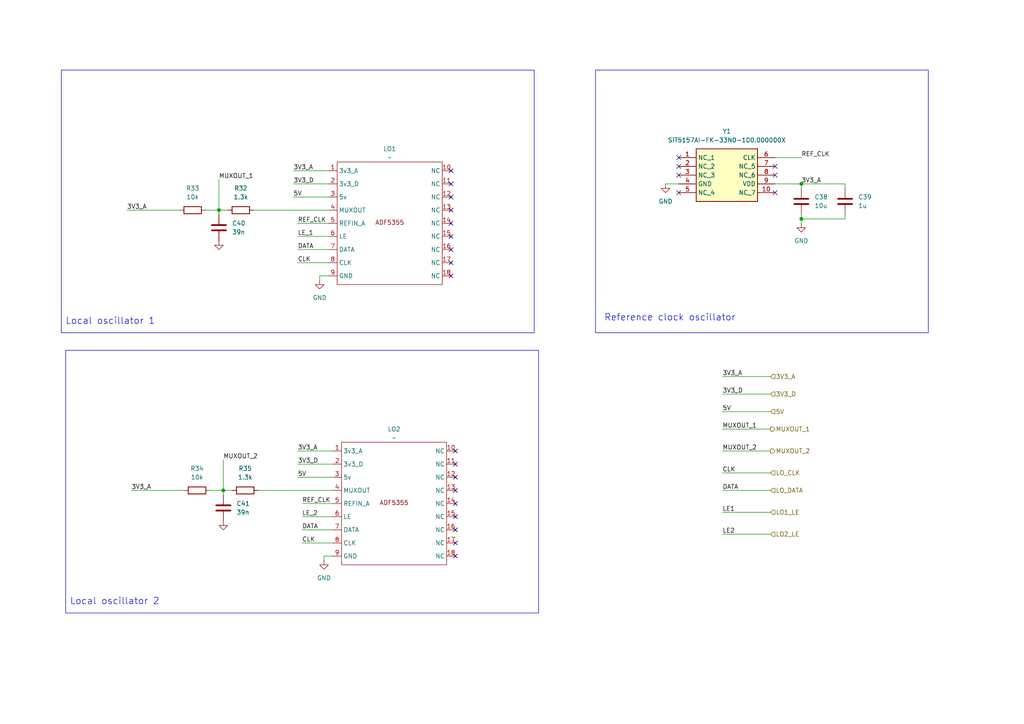
<source format=kicad_sch>
(kicad_sch (version 20231120) (generator "eeschema") (generator_version "8.0")
  (paper "A4")
  (lib_symbols
    (symbol "Device:C" (pin_numbers hide) (pin_names (offset 0.254))
      (property "Reference" "C" (at 0.635 2.54 0))
      (property "Value" "C" (at 0.635 -2.54 0))
      (symbol "C_0_1"
        (polyline (pts (xy -2.032 -0.762) (xy 2.032 -0.762)) (stroke (width 0.508)))
        (polyline (pts (xy -2.032 0.762) (xy 2.032 0.762)) (stroke (width 0.508)))
      )
      (symbol "C_1_1"
        (pin passive line (at 0 3.81 270) (length 2.794) (name "~") (number "1"))
        (pin passive line (at 0 -3.81 90) (length 2.794) (name "~") (number "2"))
      )
    )
    (symbol "Device:R" (pin_numbers hide) (pin_names (offset 0))
      (property "Reference" "R" (at 2.032 0 90))
      (property "Value" "R" (at 0 0 90))
      (symbol "R_0_1"
        (rectangle (start -1.016 -2.54) (end 1.016 2.54) (stroke (width 0.254)))
      )
      (symbol "R_1_1"
        (pin passive line (at 0 3.81 270) (length 1.27) (name "~") (number "1"))
        (pin passive line (at 0 -3.81 90) (length 1.27) (name "~") (number "2"))
      )
    )
    (symbol "RF_mount_PCBs:local_oscillator_adf5355"
      (property "Reference" "LO" (at 0 0 0))
      (symbol "local_oscillator_adf5355_0_1"
        (rectangle (start -15.24 -2.54) (end 15.24 -38.1))
      )
      (symbol "local_oscillator_adf5355_1_1"
        (text "ADF5355" (at 0 -20.066 0) (effects (font (size 1.27 1.27))))
        (pin power_in line (at -17.78 -5.08 0) (length 2.54) (name "3v3_A") (number "1"))
        (pin no_connect line (at 17.78 -5.08 180) (length 2.54) (name "NC") (number "10"))
        (pin no_connect line (at 17.78 -8.89 180) (length 2.54) (name "NC") (number "11"))
        (pin no_connect line (at 17.78 -12.7 180) (length 2.54) (name "NC") (number "12"))
        (pin no_connect line (at 17.78 -16.51 180) (length 2.54) (name "NC") (number "13"))
        (pin no_connect line (at 17.78 -20.32 180) (length 2.54) (name "NC") (number "14"))
        (pin no_connect line (at 17.78 -24.13 180) (length 2.54) (name "NC") (number "15"))
        (pin no_connect line (at 17.78 -27.94 180) (length 2.54) (name "NC") (number "16"))
        (pin no_connect line (at 17.78 -31.75 180) (length 2.54) (name "NC") (number "17"))
        (pin no_connect line (at 17.78 -35.56 180) (length 2.54) (name "NC") (number "18"))
        (pin power_in line (at -17.78 -8.89 0) (length 2.54) (name "3v3_D") (number "2"))
        (pin power_in line (at -17.78 -12.7 0) (length 2.54) (name "5v") (number "3"))
        (pin output line (at -17.78 -16.51 0) (length 2.54) (name "MUXOUT") (number "4"))
        (pin input line (at -17.78 -20.32 0) (length 2.54) (name "REFIN_A") (number "5"))
        (pin input line (at -17.78 -24.13 0) (length 2.54) (name "LE") (number "6"))
        (pin input line (at -17.78 -27.94 0) (length 2.54) (name "DATA") (number "7"))
        (pin input line (at -17.78 -31.75 0) (length 2.54) (name "CLK") (number "8"))
        (pin power_in line (at -17.78 -35.56 0) (length 2.54) (name "GND") (number "9"))
      )
    )
    (symbol "SiT5157AI-FK-33N0-100_000000X:SiT5157AI-FK-33N0-100.000000X"
      (property "Reference" "Y" (at 24.13 7.62 0))
      (property "Value" "SiT5157AI-FK-33N0-100.000000X" (at 24.13 5.08 0))
      (symbol "SiT5157AI-FK-33N0-100.000000X_1_1"
        (rectangle (start 5.08 2.54) (end 22.86 -12.7) (stroke (width 0.254)) (fill (type background)))
        (pin passive line (at 0 0 0) (length 5.08) (name "NC_1") (number "1"))
        (pin passive line (at 27.94 -10.16 180) (length 5.08) (name "NC_7") (number "10"))
        (pin passive line (at 0 -2.54 0) (length 5.08) (name "NC_2") (number "2"))
        (pin passive line (at 0 -5.08 0) (length 5.08) (name "NC_3") (number "3"))
        (pin passive line (at 0 -7.62 0) (length 5.08) (name "GND") (number "4"))
        (pin passive line (at 0 -10.16 0) (length 5.08) (name "NC_4") (number "5"))
        (pin passive line (at 27.94 0 180) (length 5.08) (name "CLK") (number "6"))
        (pin passive line (at 27.94 -2.54 180) (length 5.08) (name "NC_5") (number "7"))
        (pin passive line (at 27.94 -5.08 180) (length 5.08) (name "NC_6") (number "8"))
        (pin passive line (at 27.94 -7.62 180) (length 5.08) (name "VDD") (number "9"))
      )
    )
    (symbol "power:GND" (power) (pin_names (offset 0))
      (property "Value" "GND" (at 0 -3.81 0))
      (symbol "GND_0_1"
        (polyline (pts (xy 0 0) (xy 0 -1.27) (xy 1.27 -1.27) (xy 0 -2.54) (xy -1.27 -1.27) (xy 0 -1.27)))
      )
      (symbol "GND_1_1"
        (pin power_in line (at 0 0 270) (length 0) hide (name "GND") (number "1"))
      )
    )
  )
  (junction (at 232.41 53.34))
  (junction (at 64.77 142.24))
  (junction (at 232.41 63.5))
  (junction (at 63.5 60.96))
  (no_connect (at 224.79 55.88))
  (no_connect (at 130.81 68.58))
  (no_connect (at 132.08 134.62))
  (no_connect (at 132.08 142.24))
  (no_connect (at 196.85 45.72))
  (no_connect (at 132.08 161.29))
  (no_connect (at 196.85 50.8))
  (no_connect (at 224.79 50.8))
  (no_connect (at 196.85 48.26))
  (no_connect (at 130.81 57.15))
  (no_connect (at 132.08 130.81))
  (no_connect (at 196.85 55.88))
  (no_connect (at 130.81 53.34))
  (no_connect (at 132.08 157.48))
  (no_connect (at 224.79 48.26))
  (no_connect (at 132.08 138.43))
  (no_connect (at 132.08 149.86))
  (no_connect (at 130.81 60.96))
  (no_connect (at 130.81 80.01))
  (no_connect (at 132.08 146.05))
  (no_connect (at 130.81 72.39))
  (no_connect (at 132.08 153.67))
  (no_connect (at 130.81 64.77))
  (no_connect (at 130.81 49.53))
  (no_connect (at 130.81 76.2))
  (wire (pts (xy 224.79 53.34) (xy 232.41 53.34)))
  (wire (pts (xy 232.41 63.5) (xy 245.11 63.5)))
  (wire (pts (xy 96.52 161.29) (xy 93.98 161.29)))
  (wire (pts (xy 232.41 53.34) (xy 245.11 53.34)))
  (wire (pts (xy 209.55 142.24) (xy 223.52 142.24)))
  (wire (pts (xy 63.5 52.07) (xy 63.5 60.96)))
  (wire (pts (xy 64.77 142.24) (xy 67.31 142.24)))
  (wire (pts (xy 193.04 53.34) (xy 196.85 53.34)))
  (wire (pts (xy 209.55 148.59) (xy 223.52 148.59)))
  (wire (pts (xy 209.55 114.3) (xy 223.52 114.3)))
  (wire (pts (xy 245.11 53.34) (xy 245.11 54.61)))
  (wire (pts (xy 86.36 72.39) (xy 95.25 72.39)))
  (wire (pts (xy 209.55 137.16) (xy 223.52 137.16)))
  (wire (pts (xy 86.36 68.58) (xy 95.25 68.58)))
  (wire (pts (xy 74.93 142.24) (xy 96.52 142.24)))
  (wire (pts (xy 86.36 130.81) (xy 96.52 130.81)))
  (wire (pts (xy 232.41 63.5) (xy 232.41 64.77)))
  (wire (pts (xy 93.98 161.29) (xy 93.98 162.56)))
  (wire (pts (xy 86.36 76.2) (xy 95.25 76.2)))
  (wire (pts (xy 232.41 53.34) (xy 232.41 54.61)))
  (wire (pts (xy 73.66 60.96) (xy 95.25 60.96)))
  (wire (pts (xy 232.41 62.23) (xy 232.41 63.5)))
  (wire (pts (xy 86.36 138.43) (xy 96.52 138.43)))
  (wire (pts (xy 60.96 142.24) (xy 64.77 142.24)))
  (wire (pts (xy 87.63 157.48) (xy 96.52 157.48)))
  (wire (pts (xy 36.83 60.96) (xy 52.07 60.96)))
  (wire (pts (xy 209.55 130.81) (xy 223.52 130.81)))
  (wire (pts (xy 64.77 133.35) (xy 64.77 142.24)))
  (wire (pts (xy 85.09 57.15) (xy 95.25 57.15)))
  (wire (pts (xy 87.63 146.05) (xy 96.52 146.05)))
  (wire (pts (xy 209.55 124.46) (xy 223.52 124.46)))
  (wire (pts (xy 209.55 154.94) (xy 223.52 154.94)))
  (wire (pts (xy 245.11 62.23) (xy 245.11 63.5)))
  (wire (pts (xy 86.36 64.77) (xy 95.25 64.77)))
  (wire (pts (xy 64.77 142.24) (xy 64.77 143.51)))
  (wire (pts (xy 224.79 45.72) (xy 232.41 45.72)))
  (wire (pts (xy 38.1 142.24) (xy 53.34 142.24)))
  (wire (pts (xy 63.5 60.96) (xy 66.04 60.96)))
  (wire (pts (xy 209.55 119.38) (xy 223.52 119.38)))
  (wire (pts (xy 95.25 80.01) (xy 92.71 80.01)))
  (wire (pts (xy 85.09 53.34) (xy 95.25 53.34)))
  (wire (pts (xy 87.63 149.86) (xy 96.52 149.86)))
  (wire (pts (xy 209.55 109.22) (xy 223.52 109.22)))
  (wire (pts (xy 87.63 153.67) (xy 96.52 153.67)))
  (wire (pts (xy 86.36 134.62) (xy 96.52 134.62)))
  (wire (pts (xy 63.5 60.96) (xy 63.5 62.23)))
  (wire (pts (xy 85.09 49.53) (xy 95.25 49.53)))
  (wire (pts (xy 59.69 60.96) (xy 63.5 60.96)))
  (wire (pts (xy 92.71 80.01) (xy 92.71 81.28)))
  (rectangle (start 172.72 20.32) (end 269.24 96.52))
  (rectangle (start 19.05 101.6) (end 156.21 177.8))
  (rectangle (start 17.78 20.32) (end 154.94 96.52))
  (rectangle (start 269.24 91.44) (end 269.24 91.44))
  (text "Reference clock oscillator" (at 194.31 92.202 0) (effects (font (size 1.905 1.905))))
  (text "Local oscillator 1" (at 32.004 93.218 0) (effects (font (size 1.905 1.905))))
  (text "Local oscillator 2" (at 33.274 174.498 0) (effects (font (size 1.905 1.905))))
  (label "5V" (at 86.36 138.43 0))
  (label "DATA" (at 86.36 72.39 0))
  (label "3V3_D" (at 86.36 134.62 0))
  (label "3V3_A" (at 85.09 49.53 0))
  (label "MUXOUT_1" (at 209.55 124.46 0))
  (label "3V3_A" (at 232.41 53.34 0))
  (label "REF_CLK" (at 232.41 45.72 0))
  (label "REF_CLK" (at 87.63 146.05 0))
  (label "MUXOUT_2" (at 64.77 133.35 0))
  (label "CLK" (at 86.36 76.2 0))
  (label "3V3_D" (at 85.09 53.34 0))
  (label "MUXOUT_1" (at 63.5 52.07 0))
  (label "5V" (at 209.55 119.38 0))
  (label "LE2" (at 209.55 154.94 0))
  (label "LE1" (at 209.55 148.59 0))
  (label "3V3_D" (at 209.55 114.3 0))
  (label "LE_1" (at 86.36 68.58 0))
  (label "MUXOUT_2" (at 209.55 130.81 0))
  (label "3V3_A" (at 38.1 142.24 0))
  (label "5V" (at 85.09 57.15 0))
  (label "3V3_A" (at 86.36 130.81 0))
  (label "LE_2" (at 87.63 149.86 0))
  (label "REF_CLK" (at 86.36 64.77 0))
  (label "3V3_A" (at 36.83 60.96 0))
  (label "DATA" (at 87.63 153.67 0))
  (label "CLK" (at 209.55 137.16 0))
  (label "3V3_A" (at 209.55 109.22 0))
  (label "CLK" (at 87.63 157.48 0))
  (label "DATA" (at 209.55 142.24 0))
  (hierarchical_label "LO2_LE" (shape input) (at 223.52 154.94 0))
  (hierarchical_label "3V3_A" (shape input) (at 223.52 109.22 0))
  (hierarchical_label "MUXOUT_2" (shape output) (at 223.52 130.81 0))
  (hierarchical_label "MUXOUT_1" (shape output) (at 223.52 124.46 0))
  (hierarchical_label "5V" (shape input) (at 223.52 119.38 0))
  (hierarchical_label "LO1_LE" (shape input) (at 223.52 148.59 0))
  (hierarchical_label "3V3_D" (shape input) (at 223.52 114.3 0))
  (hierarchical_label "LO_CLK" (shape input) (at 223.52 137.16 0))
  (hierarchical_label "LO_DATA" (shape input) (at 223.52 142.24 0))
  (symbol (lib_id "Device:C") (at 232.41 58.42 0) (unit 1)
    (property "Reference" "C38" (at 236.22 57.1499 0) (effects (justify left)))
    (property "Value" "10u" (at 236.22 59.6899 0) (effects (justify left)))
    (property "Description" "Unpolarized capacitor" (effects (hide yes)))
  )
  (symbol (lib_id "power:GND") (at 63.5 69.85 0) (unit 1)
    (property "Reference" "#PWR064" (effects (hide yes)))
    (property "Value" "GND" (effects (hide yes)))
    (property "Description" "Power symbol creates a global label with name \"GND\" , ground" (effects (hide yes)))
  )
  (symbol (lib_id "Device:R") (at 55.88 60.96 90) (unit 1)
    (property "Reference" "R33" (at 55.88 54.61 90))
    (property "Value" "10k" (at 55.88 57.15 90))
    (property "Footprint" "Resistor_SMD:R_0402_1005Metric_Pad0.72x0.64mm_HandSolder" (effects (hide yes)))
  )
  (symbol (lib_id "power:GND") (at 64.77 151.13 0) (unit 1)
    (property "Reference" "#PWR065" (effects (hide yes)))
    (property "Value" "GND" (effects (hide yes)))
    (property "Description" "Power symbol creates a global label with name \"GND\" , ground" (effects (hide yes)))
  )
  (symbol (lib_id "Device:C") (at 64.77 147.32 0) (unit 1)
    (property "Reference" "C41" (at 68.58 146.0499 0) (effects (justify left)))
    (property "Value" "39n" (at 68.58 148.5899 0) (effects (justify left)))
    (property "Footprint" "Capacitor_SMD:C_0402_1005Metric_Pad0.74x0.62mm_HandSolder" (effects (hide yes)))
  )
  (symbol (lib_id "Device:R") (at 57.15 142.24 90) (unit 1)
    (property "Reference" "R34" (at 57.15 135.89 90))
    (property "Value" "10k" (at 57.15 138.43 90))
    (property "Footprint" "Resistor_SMD:R_0402_1005Metric_Pad0.72x0.64mm_HandSolder" (effects (hide yes)))
  )
  (symbol (lib_id "Device:R") (at 69.85 60.96 90) (unit 1)
    (property "Reference" "R32" (at 69.85 54.61 90))
    (property "Value" "1.3k" (at 69.85 57.15 90))
    (property "Footprint" "Resistor_SMD:R_0402_1005Metric_Pad0.72x0.64mm_HandSolder" (effects (hide yes)))
  )
  (symbol (lib_id "power:GND") (at 193.04 53.34 0) (unit 1)
    (property "Reference" "#PWR061" (effects (hide yes)))
    (property "Value" "GND" (at 193.04 58.42 0))
    (property "Description" "Power symbol creates a global label with name \"GND\" , ground" (effects (hide yes)))
  )
  (symbol (lib_id "Device:R") (at 71.12 142.24 90) (unit 1)
    (property "Reference" "R35" (at 71.12 135.89 90))
    (property "Value" "1.3k" (at 71.12 138.43 90))
    (property "Footprint" "Resistor_SMD:R_0402_1005Metric_Pad0.72x0.64mm_HandSolder" (effects (hide yes)))
  )
  (symbol (lib_id "power:GND") (at 232.41 64.77 0) (unit 1)
    (property "Reference" "#PWR062" (effects (hide yes)))
    (property "Value" "GND" (at 232.41 69.85 0))
    (property "Description" "Power symbol creates a global label with name \"GND\" , ground" (effects (hide yes)))
  )
  (symbol (lib_id "power:GND") (at 93.98 162.56 0) (unit 1)
    (property "Reference" "#PWR066" (effects (hide yes)))
    (property "Value" "GND" (at 93.98 167.64 0))
    (property "Description" "Power symbol creates a global label with name \"GND\" , ground" (effects (hide yes)))
  )
  (symbol (lib_id "Device:C") (at 63.5 66.04 0) (unit 1)
    (property "Reference" "C40" (at 67.31 64.7699 0) (effects (justify left)))
    (property "Value" "39n" (at 67.31 67.3099 0) (effects (justify left)))
    (property "Footprint" "Capacitor_SMD:C_0402_1005Metric_Pad0.74x0.62mm_HandSolder" (effects (hide yes)))
  )
  (symbol (lib_id "Device:C") (at 245.11 58.42 0) (unit 1)
    (property "Reference" "C39" (at 248.92 57.1499 0) (effects (justify left)))
    (property "Value" "1u" (at 248.92 59.6899 0) (effects (justify left)))
    (property "Description" "Unpolarized capacitor" (effects (hide yes)))
  )
  (symbol (lib_id "SiT5157AI-FK-33N0-100_000000X:SiT5157AI-FK-33N0-100.000000X") (at 196.85 45.72 0) (unit 1)
    (property "Reference" "Y1" (at 210.82 38.1 0))
    (property "Value" "SiT5157AI-FK-33N0-100.000000X" (at 210.82 40.64 0))
    (property "Footprint" "SiT5157AIFK33N0100000000X" (effects (hide yes)))
    (property "Datasheet" "https://www.sitime.com/datasheet/SiT5157" (effects (hide yes)))
    (property "Description" "TCXO Oscillators 100MHz 3.3V 0.5ppm -40 to 85C" (effects (hide yes)))
    (property "Height" "1.06" (effects (hide yes)))
    (property "Mouser Part Number" "788-5157AI-FK3N0100X" (effects (hide yes)))
    (property "Mouser Price/Stock" "https://www.mouser.co.uk/ProductDetail/SiTime/SiT5157AI-FK-33N0-100.000000X?qs=gTYE2QTfZfTLCaFemhwTJA%3D%3D" (effects (hide yes)))
    (property "Manufacturer_Name" "SiTime" (effects (hide yes)))
    (property "Manufacturer_Part_Number" "SiT5157AI-FK-33N0-100.000000X" (effects (hide yes)))
  )
  (symbol (lib_id "RF_mount_PCBs:local_oscillator_adf5355") (at 113.03 44.45 0) (unit 1)
    (property "Reference" "LO1" (at 113.03 43.18 0))
    (property "Value" "~" (at 113.03 45.72 0))
  )
  (symbol (lib_id "RF_mount_PCBs:local_oscillator_adf5355") (at 114.3 125.73 0) (unit 1)
    (property "Reference" "LO2" (at 114.3 124.46 0))
    (property "Value" "~" (at 114.3 127 0))
  )
  (symbol (lib_id "power:GND") (at 92.71 81.28 0) (unit 1)
    (property "Reference" "#PWR063" (effects (hide yes)))
    (property "Value" "GND" (at 92.71 86.36 0))
    (property "Description" "Power symbol creates a global label with name \"GND\" , ground" (effects (hide yes)))
  )
)
</source>
